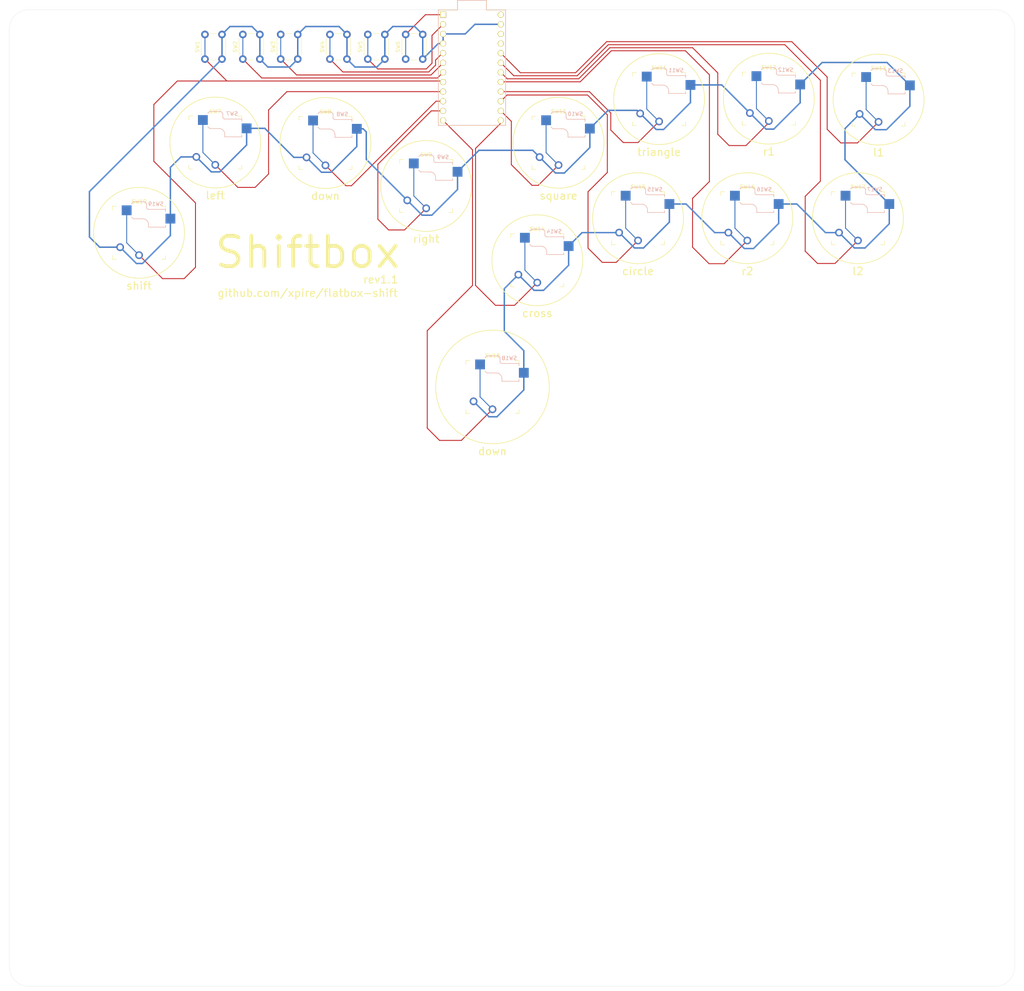
<source format=kicad_pcb>
(kicad_pcb (version 20211014) (generator pcbnew)
  (layers (0 "F.Cu" signal) (31 "B.Cu" signal) (34 "B.Paste" user) (35 "F.Paste" user) (36 "B.SilkS" user "B.Silkscreen") (37 "F.SilkS" user "F.Silkscreen") (38 "B.Mask" user) (39 "F.Mask" user) (44 "Edge.Cuts" user))
  (net 0 "")
  (net 1 "GND")
  (net 2 "LEFT")
  (net 3 "DOWN")
  (net 4 "RIGHT")
  (net 5 "UP")
  (net 6 "L1")
  (net 7 "R1")
  (net 8 "TRIANGLE")
  (net 9 "SQUARE")
  (net 10 "CIRCLE")
  (net 11 "CROSS")
  (net 12 "R2")
  (net 13 "L2")
  (net 17 "OPT1")
  (net 18 "OPT2")
  (net 19 "OPT3")
  (net 20 "OPT4")
  (net 21 "OPT5")
  (net 22 "OPT6")
  (footprint "Kailh:Kailh_socket_PG1350_optional" (layer "F.Cu") (at 105.68 56.21)
    (fp_text reference "SW8" (at 0 -8.255) (layer "F.SilkS"))
    (fp_text value "SW_Push")
    (fp_text user "${REFERENCE}" (at 4.445 -7.62) (layer "B.SilkS") (effects (justify mirror)))
    (pad "" np_thru_hole circle locked (at 0 0) (size 3.429 3.429) (drill 3.429) (layers *.Cu *.Mask))
    (pad "" np_thru_hole circle locked (at 5.5 0) (size 1.7018 1.7018) (drill 1.7018) (layers *.Cu *.Mask))
    (pad "" np_thru_hole circle locked (at 0 -5.95) (size 3 3) (drill 3) (layers *.Cu *.Mask))
    (pad "" np_thru_hole circle locked (at 5 -3.75) (size 3 3) (drill 3) (layers *.Cu *.Mask))
    (pad "" np_thru_hole circle locked (at -5.5 0) (size 1.7018 1.7018) (drill 1.7018) (layers *.Cu *.Mask))
    (pad "1" smd rect locked (at -3.275 -5.95) (size 2.6 2.6) (layers "B.Cu" "B.Paste" "B.Mask") (net 3 "DOWN"))
    (pad "1" thru_hole circle locked (at 0 5.9) (size 2.032 2.032) (drill 1.27) (layers *.Cu *.Mask) (net 3 "DOWN"))
    (pad "2" thru_hole circle locked (at -5 3.8) (size 2.032 2.032) (drill 1.27) (layers *.Cu *.Mask) (net 1 "GND"))
    (pad "2" smd rect locked (at 8.275 -3.75) (size 2.6 2.6) (layers "B.Cu" "B.Paste" "B.Mask") (net 1 "GND"))
  )
  (footprint "Kailh:Kailh_socket_PG1350_optional" (layer "F.Cu") (at 132.28 67.56)
    (fp_text reference "SW9" (at 0 -8.255) (layer "F.SilkS"))
    (fp_text value "SW_Push")
    (fp_text user "${REFERENCE}" (at 4.445 -7.62) (layer "B.SilkS") (effects (justify mirror)))
    (pad "" np_thru_hole circle locked (at 5 -3.75) (size 3 3) (drill 3) (layers *.Cu *.Mask))
    (pad "" np_thru_hole circle locked (at 0 0) (size 3.429 3.429) (drill 3.429) (layers *.Cu *.Mask))
    (pad "" np_thru_hole circle locked (at -5.5 0) (size 1.7018 1.7018) (drill 1.7018) (layers *.Cu *.Mask))
    (pad "" np_thru_hole circle locked (at 0 -5.95) (size 3 3) (drill 3) (layers *.Cu *.Mask))
    (pad "" np_thru_hole circle locked (at 5.5 0) (size 1.7018 1.7018) (drill 1.7018) (layers *.Cu *.Mask))
    (pad "1" thru_hole circle locked (at 0 5.9) (size 2.032 2.032) (drill 1.27) (layers *.Cu *.Mask) (net 4 "RIGHT"))
    (pad "1" smd rect locked (at -3.275 -5.95) (size 2.6 2.6) (layers "B.Cu" "B.Paste" "B.Mask") (net 4 "RIGHT"))
    (pad "2" thru_hole circle locked (at -5 3.8) (size 2.032 2.032) (drill 1.27) (layers *.Cu *.Mask) (net 1 "GND"))
    (pad "2" smd rect locked (at 8.275 -3.75) (size 2.6 2.6) (layers "B.Cu" "B.Paste" "B.Mask") (net 1 "GND"))
  )
  (footprint "Kailh:Kailh_socket_PG1350_optional" (layer "F.Cu") (at 149.78 120.66)
    (fp_text reference "SW18" (at 0 -8.255) (layer "F.SilkS"))
    (fp_text value "SW_Push")
    (fp_text user "${REFERENCE}" (at 4.445 -7.62) (layer "B.SilkS") (effects (justify mirror)))
    (pad "" np_thru_hole circle locked (at 0 0) (size 3.429 3.429) (drill 3.429) (layers *.Cu *.Mask))
    (pad "" np_thru_hole circle locked (at 5 -3.75) (size 3 3) (drill 3) (layers *.Cu *.Mask))
    (pad "" np_thru_hole circle locked (at -5.5 0) (size 1.7018 1.7018) (drill 1.7018) (layers *.Cu *.Mask))
    (pad "" np_thru_hole circle locked (at 5.5 0) (size 1.7018 1.7018) (drill 1.7018) (layers *.Cu *.Mask))
    (pad "" np_thru_hole circle locked (at 0 -5.95) (size 3 3) (drill 3) (layers *.Cu *.Mask))
    (pad "1" smd rect locked (at -3.275 -5.95) (size 2.6 2.6) (layers "B.Cu" "B.Paste" "B.Mask") (net 5 "UP"))
    (pad "1" thru_hole circle locked (at 0 5.9) (size 2.032 2.032) (drill 1.27) (layers *.Cu *.Mask) (net 5 "UP"))
    (pad "2" smd rect locked (at 8.275 -3.75) (size 2.6 2.6) (layers "B.Cu" "B.Paste" "B.Mask") (net 1 "GND"))
    (pad "2" thru_hole circle locked (at -5 3.8) (size 2.032 2.032) (drill 1.27) (layers *.Cu *.Mask) (net 1 "GND"))
  )
  (footprint "Kailh:Kailh_socket_PG1350_optional" (layer "F.Cu") (at 167.22 56.15)
    (fp_text reference "SW10" (at 0 -8.255) (layer "F.SilkS"))
    (fp_text value "SW_Push")
    (fp_text user "${REFERENCE}" (at 4.445 -7.62) (layer "B.SilkS") (effects (justify mirror)))
    (pad "" np_thru_hole circle locked (at -5.5 0) (size 1.7018 1.7018) (drill 1.7018) (layers *.Cu *.Mask))
    (pad "" np_thru_hole circle locked (at 5.5 0) (size 1.7018 1.7018) (drill 1.7018) (layers *.Cu *.Mask))
    (pad "" np_thru_hole circle locked (at 0 0) (size 3.429 3.429) (drill 3.429) (layers *.Cu *.Mask))
    (pad "" np_thru_hole circle locked (at 0 -5.95) (size 3 3) (drill 3) (layers *.Cu *.Mask))
    (pad "" np_thru_hole circle locked (at 5 -3.75) (size 3 3) (drill 3) (layers *.Cu *.Mask))
    (pad "1" thru_hole circle locked (at 0 5.9) (size 2.032 2.032) (drill 1.27) (layers *.Cu *.Mask) (net 9 "SQUARE"))
    (pad "1" smd rect locked (at -3.275 -5.95) (size 2.6 2.6) (layers "B.Cu" "B.Paste" "B.Mask") (net 9 "SQUARE"))
    (pad "2" thru_hole circle locked (at -5 3.8) (size 2.032 2.032) (drill 1.27) (layers *.Cu *.Mask) (net 1 "GND"))
    (pad "2" smd rect locked (at 8.275 -3.75) (size 2.6 2.6) (layers "B.Cu" "B.Paste" "B.Mask") (net 1 "GND"))
  )
  (footprint "Kailh:Kailh_socket_PG1350_optional" (layer "F.Cu") (at 193.78 44.62)
    (fp_text reference "SW11" (at 0 -8.255) (layer "F.SilkS"))
    (fp_text value "SW_Push")
    (fp_text user "${REFERENCE}" (at 4.445 -7.62) (layer "B.SilkS") (effects (justify mirror)))
    (pad "" np_thru_hole circle locked (at 5.5 0) (size 1.7018 1.7018) (drill 1.7018) (layers *.Cu *.Mask))
    (pad "" np_thru_hole circle locked (at -5.5 0) (size 1.7018 1.7018) (drill 1.7018) (layers *.Cu *.Mask))
    (pad "" np_thru_hole circle locked (at 0 -5.95) (size 3 3) (drill 3) (layers *.Cu *.Mask))
    (pad "" np_thru_hole circle locked (at 0 0) (size 3.429 3.429) (drill 3.429) (layers *.Cu *.Mask))
    (pad "" np_thru_hole circle locked (at 5 -3.75) (size 3 3) (drill 3) (layers *.Cu *.Mask))
    (pad "1" smd rect locked (at -3.275 -5.95) (size 2.6 2.6) (layers "B.Cu" "B.Paste" "B.Mask") (net 8 "TRIANGLE"))
    (pad "1" thru_hole circle locked (at 0 5.9) (size 2.032 2.032) (drill 1.27) (layers *.Cu *.Mask) (net 8 "TRIANGLE"))
    (pad "2" smd rect locked (at 8.275 -3.75) (size 2.6 2.6) (layers "B.Cu" "B.Paste" "B.Mask") (net 1 "GND"))
    (pad "2" thru_hole circle locked (at -5 3.8) (size 2.032 2.032) (drill 1.27) (layers *.Cu *.Mask) (net 1 "GND"))
  )
  (footprint "Kailh:Kailh_socket_PG1350_optional" (layer "F.Cu") (at 222.75 44.5)
    (fp_text reference "SW12" (at 0 -8.255) (layer "F.SilkS"))
    (fp_text value "SW_Push")
    (fp_text user "${REFERENCE}" (at 4.445 -7.62) (layer "B.SilkS") (effects (justify mirror)))
    (pad "" np_thru_hole circle locked (at 0 -5.95) (size 3 3) (drill 3) (layers *.Cu *.Mask))
    (pad "" np_thru_hole circle locked (at 5.5 0) (size 1.7018 1.7018) (drill 1.7018) (layers *.Cu *.Mask))
    (pad "" np_thru_hole circle locked (at 0 0) (size 3.429 3.429) (drill 3.429) (layers *.Cu *.Mask))
    (pad "" np_thru_hole circle locked (at -5.5 0) (size 1.7018 1.7018) (drill 1.7018) (layers *.Cu *.Mask))
    (pad "" np_thru_hole circle locked (at 5 -3.75) (size 3 3) (drill 3) (layers *.Cu *.Mask))
    (pad "1" thru_hole circle locked (at 0 5.9) (size 2.032 2.032) (drill 1.27) (layers *.Cu *.Mask) (net 7 "R1"))
    (pad "1" smd rect locked (at -3.275 -5.95) (size 2.6 2.6) (layers "B.Cu" "B.Paste" "B.Mask") (net 7 "R1"))
    (pad "2" thru_hole circle locked (at -5 3.8) (size 2.032 2.032) (drill 1.27) (layers *.Cu *.Mask) (net 1 "GND"))
    (pad "2" smd rect locked (at 8.275 -3.75) (size 2.6 2.6) (layers "B.Cu" "B.Paste" "B.Mask") (net 1 "GND"))
  )
  (footprint "Kailh:Kailh_socket_PG1350_optional" (layer "F.Cu") (at 251.72 44.74)
    (fp_text reference "SW13" (at 0 -8.255) (layer "F.SilkS"))
    (fp_text value "SW_Push")
    (fp_text user "${REFERENCE}" (at 4.445 -7.62) (layer "B.SilkS") (effects (justify mirror)))
    (pad "" np_thru_hole circle locked (at 5 -3.75) (size 3 3) (drill 3) (layers *.Cu *.Mask))
    (pad "" np_thru_hole circle locked (at 0 -5.95) (size 3 3) (drill 3) (layers *.Cu *.Mask))
    (pad "" np_thru_hole circle locked (at -5.5 0) (size 1.7018 1.7018) (drill 1.7018) (layers *.Cu *.Mask))
    (pad "" np_thru_hole circle locked (at 5.5 0) (size 1.7018 1.7018) (drill 1.7018) (layers *.Cu *.Mask))
    (pad "" np_thru_hole circle locked (at 0 0) (size 3.429 3.429) (drill 3.429) (layers *.Cu *.Mask))
    (pad "1" thru_hole circle locked (at 0 5.9) (size 2.032 2.032) (drill 1.27) (layers *.Cu *.Mask) (net 6 "L1"))
    (pad "1" smd rect locked (at -3.275 -5.95) (size 2.6 2.6) (layers "B.Cu" "B.Paste" "B.Mask") (net 6 "L1"))
    (pad "2" thru_hole circle locked (at -5 3.8) (size 2.032 2.032) (drill 1.27) (layers *.Cu *.Mask) (net 1 "GND"))
    (pad "2" smd rect locked (at 8.275 -3.75) (size 2.6 2.6) (layers "B.Cu" "B.Paste" "B.Mask") (net 1 "GND"))
  )
  (footprint "Kailh:Kailh_socket_PG1350_optional" (layer "F.Cu") (at 161.61 87.19)
    (fp_text reference "SW14" (at 0 -8.255) (layer "F.SilkS"))
    (fp_text value "SW_Push")
    (fp_text user "${REFERENCE}" (at 4.445 -7.62) (layer "B.SilkS") (effects (justify mirror)))
    (pad "" np_thru_hole circle locked (at 0 -5.95) (size 3 3) (drill 3) (layers *.Cu *.Mask))
    (pad "" np_thru_hole circle locked (at 5 -3.75) (size 3 3) (drill 3) (layers *.Cu *.Mask))
    (pad "" np_thru_hole circle locked (at 0 0) (size 3.429 3.429) (drill 3.429) (layers *.Cu *.Mask))
    (pad "" np_thru_hole circle locked (at -5.5 0) (size 1.7018 1.7018) (drill 1.7018) (layers *.Cu *.Mask))
    (pad "" np_thru_hole circle locked (at 5.5 0) (size 1.7018 1.7018) (drill 1.7018) (layers *.Cu *.Mask))
    (pad "1" smd rect locked (at -3.275 -5.95) (size 2.6 2.6) (layers "B.Cu" "B.Paste" "B.Mask") (net 11 "CROSS"))
    (pad "1" thru_hole circle locked (at 0 5.9) (size 2.032 2.032) (drill 1.27) (layers *.Cu *.Mask) (net 11 "CROSS"))
    (pad "2" thru_hole circle locked (at -5 3.8) (size 2.032 2.032) (drill 1.27) (layers *.Cu *.Mask) (net 1 "GND"))
    (pad "2" smd rect locked (at 8.275 -3.75) (size 2.6 2.6) (layers "B.Cu" "B.Paste" "B.Mask") (net 1 "GND"))
  )
  (footprint "Kailh:Kailh_socket_PG1350_optional" (layer "F.Cu") (at 188.22 76.08)
    (fp_text reference "SW15" (at 0 -8.255) (layer "F.SilkS"))
    (fp_text value "SW_Push")
    (fp_text user "${REFERENCE}" (at 4.445 -7.62) (layer "B.SilkS") (effects (justify mirror)))
    (pad "" np_thru_hole circle locked (at 0 0) (size 3.429 3.429) (drill 3.429) (layers *.Cu *.Mask))
    (pad "" np_thru_hole circle locked (at 5.5 0) (size 1.7018 1.7018) (drill 1.7018) (layers *.Cu *.Mask))
    (pad "" np_thru_hole circle locked (at -5.5 0) (size 1.7018 1.7018) (drill 1.7018) (layers *.Cu *.Mask))
    (pad "" np_thru_hole circle locked (at 5 -3.75) (size 3 3) (drill 3) (layers *.Cu *.Mask))
    (pad "" np_thru_hole circle locked (at 0 -5.95) (size 3 3) (drill 3) (layers *.Cu *.Mask))
    (pad "1" thru_hole circle locked (at 0 5.9) (size 2.032 2.032) (drill 1.27) (layers *.Cu *.Mask) (net 10 "CIRCLE"))
    (pad "1" smd rect locked (at -3.275 -5.95) (size 2.6 2.6) (layers "B.Cu" "B.Paste" "B.Mask") (net 10 "CIRCLE"))
    (pad "2" smd rect locked (at 8.275 -3.75) (size 2.6 2.6) (layers "B.Cu" "B.Paste" "B.Mask") (net 1 "GND"))
    (pad "2" thru_hole circle locked (at -5 3.8) (size 2.032 2.032) (drill 1.27) (layers *.Cu *.Mask) (net 1 "GND"))
  )
  (footprint "Kailh:Kailh_socket_PG1350_optional" (layer "F.Cu") (at 217.07 76.08)
    (fp_text reference "SW16" (at 0 -8.255) (layer "F.SilkS"))
    (fp_text value "SW_Push")
    (fp_text user "${REFERENCE}" (at 4.445 -7.62) (layer "B.SilkS") (effects (justify mirror)))
    (pad "" np_thru_hole circle locked (at 0 0) (size 3.429 3.429) (drill 3.429) (layers *.Cu *.Mask))
    (pad "" np_thru_hole circle locked (at 0 -5.95) (size 3 3) (drill 3) (layers *.Cu *.Mask))
    (pad "" np_thru_hole circle locked (at -5.5 0) (size 1.7018 1.7018) (drill 1.7018) (layers *.Cu *.Mask))
    (pad "" np_thru_hole circle locked (at 5 -3.75) (size 3 3) (drill 3) (layers *.Cu *.Mask))
    (pad "" np_thru_hole circle locked (at 5.5 0) (size 1.7018 1.7018) (drill 1.7018) (layers *.Cu *.Mask))
    (pad "1" thru_hole circle locked (at 0 5.9) (size 2.032 2.032) (drill 1.27) (layers *.Cu *.Mask) (net 12 "R2"))
    (pad "1" smd rect locked (at -3.275 -5.95) (size 2.6 2.6) (layers "B.Cu" "B.Paste" "B.Mask") (net 12 "R2"))
    (pad "2" smd rect locked (at 8.275 -3.75) (size 2.6 2.6) (layers "B.Cu" "B.Paste" "B.Mask") (net 1 "GND"))
    (pad "2" thru_hole circle locked (at -5 3.8) (size 2.032 2.032) (drill 1.27) (layers *.Cu *.Mask) (net 1 "GND"))
  )
  (footprint "Kailh:Kailh_socket_PG1350_optional" (layer "F.Cu") (at 246.28 76.08)
    (fp_text reference "SW17" (at 0 -8.255) (layer "F.SilkS"))
    (fp_text value "SW_Push")
    (fp_text user "${REFERENCE}" (at 4.445 -7.62) (layer "B.SilkS") (effects (justify mirror)))
    (pad "" np_thru_hole circle locked (at -5.5 0) (size 1.7018 1.7018) (drill 1.7018) (layers *.Cu *.Mask))
    (pad "" np_thru_hole circle locked (at 5 -3.75) (size 3 3) (drill 3) (layers *.Cu *.Mask))
    (pad "" np_thru_hole circle locked (at 0 0) (size 3.429 3.429) (drill 3.429) (layers *.Cu *.Mask))
    (pad "" np_thru_hole circle locked (at 5.5 0) (size 1.7018 1.7018) (drill 1.7018) (layers *.Cu *.Mask))
    (pad "" np_thru_hole circle locked (at 0 -5.95) (size 3 3) (drill 3) (layers *.Cu *.Mask))
    (pad "1" smd rect locked (at -3.275 -5.95) (size 2.6 2.6) (layers "B.Cu" "B.Paste" "B.Mask") (net 13 "L2"))
    (pad "1" thru_hole circle locked (at 0 5.9) (size 2.032 2.032) (drill 1.27) (layers *.Cu *.Mask) (net 13 "L2"))
    (pad "2" smd rect locked (at 8.275 -3.75) (size 2.6 2.6) (layers "B.Cu" "B.Paste" "B.Mask") (net 1 "GND"))
    (pad "2" thru_hole circle locked (at -5 3.8) (size 2.032 2.032) (drill 1.27) (layers *.Cu *.Mask) (net 1 "GND"))
  )
  (footprint "MountingHole:MountingHole_6.4mm_M6" (layer "F.Cu") (at 29.225 28.04)
    (fp_text reference "REF**" hide)
    (fp_text value "MountingHole_6.4mm_M6")
    (pad "" np_thru_hole circle locked (at 0 0) (size 6.4 6.4) (drill 6.4) (layers *.Cu *.Mask))
  )
  (footprint "MountingHole:MountingHole_6.4mm_M6" (layer "F.Cu") (at 29.225 271.959466)
    (fp_text reference "REF**" hide)
    (fp_text value "MountingHole_6.4mm_M6")
    (pad "" np_thru_hole circle locked (at 0 0) (size 6.4 6.4) (drill 6.4) (layers *.Cu *.Mask))
  )
  (footprint "MountingHole:MountingHole_6.4mm_M6" (layer "F.Cu") (at 280.655 271.959466)
    (fp_text reference "REF**" hide)
    (fp_text value "MountingHole_6.4mm_M6")
    (pad "" np_thru_hole circle locked (at 0 0) (size 6.4 6.4) (drill 6.4) (layers *.Cu *.Mask))
  )
  (footprint "MountingHole:MountingHole_6.4mm_M6" (layer "F.Cu") (at 280.655 28.04)
    (fp_text reference "REF**" hide)
    (fp_text value "MountingHole_6.4mm_M6")
    (pad "" np_thru_hole circle locked (at 0 0) (size 6.4 6.4) (drill 6.4) (layers *.Cu *.Mask))
  )
  (footprint "Kailh:Kailh_socket_PG1350_optional" (layer "F.Cu") (at 76.585 56.09)
    (fp_text reference "SW7" (at 0 -8.255) (layer "F.SilkS"))
    (fp_text value "SW_Push")
    (fp_text user "${REFERENCE}" (at 4.445 -7.62) (layer "B.SilkS") (effects (justify mirror)))
    (pad "" np_thru_hole circle locked (at -5.5 0) (size 1.7018 1.7018) (drill 1.7018) (layers *.Cu *.Mask))
    (pad "" np_thru_hole circle locked (at 5.5 0) (size 1.7018 1.7018) (drill 1.7018) (layers *.Cu *.Mask))
    (pad "" np_thru_hole circle locked (at 5 -3.75) (size 3 3) (drill 3) (layers *.Cu *.Mask))
    (pad "" np_thru_hole circle locked (at 0 0) (size 3.429 3.429) (drill 3.429) (layers *.Cu *.Mask))
    (pad "" np_thru_hole circle locked (at 0 -5.95) (size 3 3) (drill 3) (layers *.Cu *.Mask))
    (pad "1" thru_hole circle locked (at 0 5.9) (size 2.032 2.032) (drill 1.27) (layers *.Cu *.Mask) (net 2 "LEFT"))
    (pad "1" smd rect locked (at -3.275 -5.95) (size 2.6 2.6) (layers "B.Cu" "B.Paste" "B.Mask") (net 2 "LEFT"))
    (pad "2" thru_hole circle locked (at -5 3.8) (size 2.032 2.032) (drill 1.27) (layers *.Cu *.Mask) (net 1 "GND"))
    (pad "2" smd rect locked (at 8.275 -3.75) (size 2.6 2.6) (layers "B.Cu" "B.Paste" "B.Mask") (net 1 "GND"))
  )
  (footprint "MountingHole:MountingHole_6.4mm_M6" (layer "F.Cu") (at 168.36 28.04)
    (fp_text reference "REF**" hide)
    (fp_text value "MountingHole_6.4mm_M6")
    (pad "" np_thru_hole circle locked (at 0 0) (size 6.4 6.4) (drill 6.4) (layers *.Cu *.Mask))
  )
  (footprint "Button_Switch_THT:SW_PUSH_6mm_H5mm" (layer "F.Cu") (at 106.86 34.04 90)
    (fp_text reference "SW4" (at 3.25 -2 90) (layer "F.SilkS"))
    (fp_text value "SW_Push")
    (pad "1" thru_hole circle locked (at 6.5 0 180) (size 2 2) (drill 1.1) (layers *.Cu *.Mask) (net 20 "OPT4"))
    (pad "1" thru_hole circle locked (at 0 0 180) (size 2 2) (drill 1.1) (layers *.Cu *.Mask) (net 20 "OPT4"))
    (pad "2" thru_hole circle locked (at 6.5 4.5 180) (size 2 2) (drill 1.1) (layers *.Cu *.Mask) (net 1 "GND"))
    (pad "2" thru_hole circle locked (at 0 4.5 180) (size 2 2) (drill 1.1) (layers *.Cu *.Mask) (net 1 "GND"))
  )
  (footprint "Button_Switch_THT:SW_PUSH_6mm_H5mm" (layer "F.Cu") (at 83.86 34.04 90)
    (fp_text reference "SW2" (at 3.25 -2 90) (layer "F.SilkS"))
    (fp_text value "SW_Push")
    (pad "1" thru_hole circle locked (at 0 0 180) (size 2 2) (drill 1.1) (layers *.Cu *.Mask) (net 18 "OPT2"))
    (pad "1" thru_hole circle locked (at 6.5 0 180) (size 2 2) (drill 1.1) (layers *.Cu *.Mask) (net 18 "OPT2"))
    (pad "2" thru_hole circle locked (at 6.5 4.5 180) (size 2 2) (drill 1.1) (layers *.Cu *.Mask) (net 1 "GND"))
    (pad "2" thru_hole circle locked (at 0 4.5 180) (size 2 2) (drill 1.1) (layers *.Cu *.Mask) (net 1 "GND"))
  )
  (footprint "Button_Switch_THT:SW_PUSH_6mm_H5mm" (layer "F.Cu") (at 116.86 34.04 90)
    (fp_text reference "SW5" (at 3.25 -2 90) (layer "F.SilkS"))
    (fp_text value "SW_Push")
    (pad "1" thru_hole circle locked (at 0 0 180) (size 2 2) (drill 1.1) (layers *.Cu *.Mask) (net 21 "OPT5"))
    (pad "1" thru_hole circle locked (at 6.5 0 180) (size 2 2) (drill 1.1) (layers *.Cu *.Mask) (net 21 "OPT5"))
    (pad "2" thru_hole circle locked (at 6.5 4.5 180) (size 2 2) (drill 1.1) (layers *.Cu *.Mask) (net 1 "GND"))
    (pad "2" thru_hole circle locked (at 0 4.5 180) (size 2 2) (drill 1.1) (layers *.Cu *.Mask) (net 1 "GND"))
  )
  (footprint "Button_Switch_THT:SW_PUSH_6mm_H5mm" (layer "F.Cu") (at 73.86 34.04 90)
    (fp_text reference "SW1" (at 3.25 -2 90) (layer "F.SilkS"))
    (fp_text value "SW_Push")
    (pad "1" thru_hole circle locked (at 6.5 0 180) (size 2 2) (drill 1.1) (layers *.Cu *.Mask) (net 17 "OPT1"))
    (pad "1" thru_hole circle locked (at 0 0 180) (size 2 2) (drill 1.1) (layers *.Cu *.Mask) (net 17 "OPT1"))
    (pad "2" thru_hole circle locked (at 0 4.5 180) (size 2 2) (drill 1.1) (layers *.Cu *.Mask) (net 1 "GND"))
    (pad "2" thru_hole circle locked (at 6.5 4.5 180) (size 2 2) (drill 1.1) (layers *.Cu *.Mask) (net 1 "GND"))
  )
  (footprint "Button_Switch_THT:SW_PUSH_6mm_H5mm" (layer "F.Cu") (at 93.86 34.04 90)
    (fp_text reference "SW3" (at 3.25 -2 90) (layer "F.SilkS"))
    (fp_text value "SW_Push")
    (pad "1" thru_hole circle locked (at 6.5 0 180) (size 2 2) (drill 1.1) (layers *.Cu *.Mask) (net 19 "OPT3"))
    (pad "1" thru_hole circle locked (at 0 0 180) (size 2 2) (drill 1.1) (layers *.Cu *.Mask) (net 19 "OPT3"))
    (pad "2" thru_hole circle locked (at 6.5 4.5 180) (size 2 2) (drill 1.1) (layers *.Cu *.Mask) (net 1 "GND"))
    (pad "2" thru_hole circle locked (at 0 4.5 180) (size 2 2) (drill 1.1) (layers *.Cu *.Mask) (net 1 "GND"))
  )
  (footprint "Button_Switch_THT:SW_PUSH_6mm_H5mm" (layer "F.Cu") (at 126.86 34.04 90)
    (fp_text reference "SW6" (at 3.25 -2 90) (layer "F.SilkS"))
    (fp_text value "SW_Push")
    (pad "1" thru_hole circle locked (at 6.5 0 180) (size 2 2) (drill 1.1) (layers *.Cu *.Mask) (net 22 "OPT6"))
    (pad "1" thru_hole circle locked (at 0 0 180) (size 2 2) (drill 1.1) (layers *.Cu *.Mask) (net 22 "OPT6"))
    (pad "2" thru_hole circle locked (at 6.5 4.5 180) (size 2 2) (drill 1.1) (layers *.Cu *.Mask) (net 1 "GND"))
    (pad "2" thru_hole circle locked (at 0 4.5 180) (size 2 2) (drill 1.1) (layers *.Cu *.Mask) (net 1 "GND"))
  )
  (footprint "MountingHole:MountingHole_6.4mm_M6" (layer "F.Cu") (at 151.86 69.04)
    (fp_text reference "REF**" hide)
    (fp_text value "MountingHole_6.4mm_M6")
    (pad "" np_thru_hole circle locked (at 0 0) (size 6.4 6.4) (drill 6.4) (layers *.Cu *.Mask))
  )
  (footprint "MountingHole:MountingHole_6.4mm_M6" (layer "F.Cu") (at 168.36 271.959466)
    (fp_text reference "REF**" hide)
    (fp_text value "MountingHole_6.4mm_M6")
    (pad "" np_thru_hole circle locked (at 0 0) (size 6.4 6.4) (drill 6.4) (layers *.Cu *.Mask))
  )
  (footprint "ProMicro:ProMicro" (layer "F.Cu") (at 144.36 36.29 -90)
    (fp_text reference "U1" hide)
    (fp_text value "ProMicro")
    (pad "1" thru_hole rect locked (at -13.97 7.62 270) (size 1.6 1.6) (drill 1.1) (layers *.Cu *.Mask "F.SilkS") (net 22 "OPT6"))
    (pad "2" thru_hole circle locked (at -11.43 7.62 270) (size 1.6 1.6) (drill 1.1) (layers *.Cu *.Mask "F.SilkS") (net 21 "OPT5"))
    (pad "3" thru_hole circle locked (at -8.89 7.62 270) (size 1.6 1.6) (drill 1.1) (layers *.Cu *.Mask "F.SilkS") (net 1 "GND"))
    (pad "4" thru_hole circle locked (at -6.35 7.62 270) (size 1.6 1.6) (drill 1.1) (layers *.Cu *.Mask "F.SilkS") (net 1 "GND"))
    (pad "5" thru_hole circle locked (at -3.81 7.62 270) (size 1.6 1.6) (drill 1.1) (layers *.Cu *.Mask "F.SilkS") (net 20 "OPT4"))
    (pad "6" thru_hole circle locked (at -1.27 7.62 270) (size 1.6 1.6) (drill 1.1) (layers *.Cu *.Mask "F.SilkS") (net 19 "OPT3"))
    (pad "7" thru_hole circle locked (at 1.27 7.62 270) (size 1.6 1.6) (drill 1.1) (layers *.Cu *.Mask "F.SilkS") (net 18 "OPT2"))
    (pad "8" thru_hole circle locked (at 3.81 7.62 270) (size 1.6 1.6) (drill 1.1) (layers *.Cu *.Mask "F.SilkS") (net 17 "OPT1"))
    (pad "9" thru_hole circle locked (at 6.35 7.62 270) (size 1.6 1.6) (drill 1.1) (layers *.Cu *.Mask "F.SilkS") (net 2 "LEFT"))
    (pad "10" thru_hole circle locked (at 8.89 7.62 270) (size 1.6 1.6) (drill 1.1) (layers *.Cu *.Mask "F.SilkS") (net 3 "DOWN"))
    (pad "11" thru_hole circle locked (at 11.43 7.62 270) (size 1.6 1.6) (drill 1.1) (layers *.Cu *.Mask "F.SilkS") (net 4 "RIGHT"))
    (pad "12" thru_hole circle locked (at 13.97 7.62 270) (size 1.6 1.6) (drill 1.1) (layers *.Cu *.Mask "F.SilkS") (net 5 "UP"))
    (pad "13" thru_hole circle locked (at 13.97 -7.62 270) (size 1.6 1.6) (drill 1.1) (layers *.Cu *.Mask "F.SilkS") (net 11 "CROSS"))
    (pad "14" thru_hole circle locked (at 11.43 -7.62 270) (size 1.6 1.6) (drill 1.1) (layers *.Cu *.Mask "F.SilkS") (net 9 "SQUARE"))
    (pad "15" thru_hole circle locked (at 8.89 -7.62 270) (size 1.6 1.6) (drill 1.1) (layers *.Cu *.Mask "F.SilkS") (net 10 "CIRCLE"))
    (pad "16" thru_hole circle locked (at 6.35 -7.62 270) (size 1.6 1.6) (drill 1.1) (layers *.Cu *.Mask "F.SilkS") (net 8 "TRIANGLE"))
    (pad "17" thru_hole circle locked (at 3.81 -7.62 270) (size 1.6 1.6) (drill 1.1) (layers *.Cu *.Mask "F.SilkS") (net 12 "R2"))
    (pad "18" thru_hole circle locked (at 1.27 -7.62 270) (size 1.6 1.6) (drill 1.1) (layers *.Cu *.Mask "F.SilkS") (net 7 "R1"))
    (pad "19" thru_hole circle locked (at -1.27 -7.62 270) (size 1.6 1.6) (drill 1.1) (layers *.Cu *.Mask "F.SilkS") (net 13 "L2"))
    (pad "20" thru_hole circle locked (at -3.81 -7.62 270) (size 1.6 1.6) (drill 1.1) (layers *.Cu *.Mask "F.SilkS") (net 6 "L1"))
    (pad "21" thru_hole circle locked (at -6.35 -7.62 270) (size 1.6 1.6) (drill 1.1) (layers *.Cu *.Mask "F.SilkS"))
    (pad "22" thru_hole circle locked (at -8.89 -7.62 270) (size 1.6 1.6) (drill 1.1) (layers *.Cu *.Mask "F.SilkS"))
    (pad "23" thru_hole circle locked (at -11.43 -7.62 270) (size 1.6 1.6) (drill 1.1) (layers *.Cu *.Mask "F.SilkS") (net 1 "GND"))
    (pad "24" thru_hole circle locked (at -13.97 -7.62 270) (size 1.6 1.6) (drill 1.1) (layers *.Cu *.Mask "F.SilkS"))
  )
  (footprint "Kailh:Kailh_socket_PG1350_optional" (layer "F.Cu") (at 56.46 79.94)
    (fp_text reference "SW19" (at 0 -8.255) (layer "F.SilkS"))
    (fp_text value "SW_Push")
    (fp_text user "${REFERENCE}" (at 4.445 -7.62) (layer "B.SilkS") (effects (justify mirror)))
    (pad "" np_thru_hole circle locked (at 0 0) (size 3.429 3.429) (drill 3.429) (layers *.Cu *.Mask))
    (pad "" np_thru_hole circle locked (at -5.5 0) (size 1.7018 1.7018) (drill 1.7018) (layers *.Cu *.Mask))
    (pad "" np_thru_hole circle locked (at 5.5 0) (size 1.7018 1.7018) (drill 1.7018) (layers *.Cu *.Mask))
    (pad "" np_thru_hole circle locked (at 0 -5.95) (size 3 3) (drill 3) (layers *.Cu *.Mask))
    (pad "" np_thru_hole circle locked (at 5 -3.75) (size 3 3) (drill 3) (layers *.Cu *.Mask))
    (pad "1" smd rect locked (at -3.275 -5.95) (size 2.6 2.6) (layers "B.Cu" "B.Paste" "B.Mask") (net 17 "OPT1"))
    (pad "1" thru_hole circle locked (at 0 5.9) (size 2.032 2.032) (drill 1.27) (layers *.Cu *.Mask) (net 17 "OPT1"))
    (pad "2" thru_hole circle locked (at -5 3.8) (size 2.032 2.032) (drill 1.27) (layers *.Cu *.Mask) (net 1 "GND"))
    (pad "2" smd rect locked (at 8.275 -3.75) (size 2.6 2.6) (layers "B.Cu" "B.Paste" "B.Mask") (net 1 "GND"))
  )
  (gr_circle (center 188.22 76.08) (end 200.22 76.08) (layer "F.SilkS") (width 0.2) (fill none))
  (gr_circle (center 132.28 67.56) (end 144.28 67.56) (layer "F.SilkS") (width 0.2) (fill none))
  (gr_circle (center 149.78 120.66) (end 164.78 120.66) (layer "F.SilkS") (width 0.2) (fill none))
  (gr_circle (center 222.75 44.5) (end 234.75 44.5) (layer "F.SilkS") (width 0.2) (fill none))
  (gr_circle (center 167.22 56.15) (end 179.22 56.15) (layer "F.SilkS") (width 0.2) (fill none))
  (gr_circle (center 251.72 44.74) (end 263.72 44.74) (layer "F.SilkS") (width 0.2) (fill none))
  (gr_circle (center 161.61 87.19) (end 173.61 87.19) (layer "F.SilkS") (width 0.2) (fill none))
  (gr_circle (center 105.68 56.21) (end 117.68 56.21) (layer "F.SilkS") (width 0.2) (fill none))
  (gr_circle (center 56.46 79.94) (end 68.46 79.94) (layer "F.SilkS") (width 0.2) (fill none))
  (gr_circle (center 246.28 76.08) (end 258.28 76.08) (layer "F.SilkS") (width 0.2) (fill none))
  (gr_circle (center 76.585 56.09) (end 88.585 56.09) (layer "F.SilkS") (width 0.2) (fill none))
  (gr_circle (center 193.78 44.62) (end 205.78 44.62) (layer "F.SilkS") (width 0.2) (fill none))
  (gr_circle (center 217.07 76.08) (end 229.07 76.08) (layer "F.SilkS") (width 0.2) (fill none))
  (gr_line (start 287.655 26.04) (end 287.655 273.959466) (layer "Edge.Cuts") (width 0.05))
  (gr_line (start 282.655 278.959466) (end 27.225 278.959466) (layer "Edge.Cuts") (width 0.05))
  (gr_line (start 22.225 273.959466) (end 22.225 26.04) (layer "Edge.Cuts") (width 0.05))
  (gr_line (start 27.225 21.04) (end 282.655 21.04) (layer "Edge.Cuts") (width 0.05))
  (gr_arc (start 27.225 278.959466) (mid 23.689466 277.495) (end 22.225 273.959466) (layer "Edge.Cuts") (width 0.05))
  (gr_arc (start 287.655 273.959466) (mid 286.190534 277.495) (end 282.655 278.959466) (layer "Edge.Cuts") (width 0.05))
  (gr_arc (start 282.655 21.04) (mid 286.190534 22.504466) (end 287.655 26.04) (layer "Edge.Cuts") (width 0.05))
  (gr_arc (start 22.225 26.04) (mid 23.689466 22.504466) (end 27.225 21.04) (layer "Edge.Cuts") (width 0.05))
  (gr_text "circle" (at 188.22 90.08) (layer "F.SilkS") (effects (font (size 2 2) (thickness 0.3))))
  (gr_text "cross" (at 161.61 101.19) (layer "F.SilkS") (effects (font (size 2 2) (thickness 0.3))))
  (gr_text "down" (at 149.78 137.66) (layer "F.SilkS") (effects (font (size 2 2) (thickness 0.3))))
  (gr_text "l1" (at 251.72 58.74) (layer "F.SilkS") (effects (font (size 2 2) (thickness 0.3))))
  (gr_text "github.com/xpire/flatbox-shift" (at 100.965 95.838) (layer "F.SilkS") (effects (font (size 2 2) (thickness 0.3))))
  (gr_text "down" (at 105.68 70.21) (layer "F.SilkS") (effects (font (size 2 2) (thickness 0.3))))
  (gr_text "r2" (at 217.07 90.08) (layer "F.SilkS") (effects (font (size 2 2) (thickness 0.3))))
  (gr_text "right" (at 132.28 81.56) (layer "F.SilkS") (effects (font (size 2 2) (thickness 0.3))))
  (gr_text "left" (at 76.585 70.09) (layer "F.SilkS") (effects (font (size 2 2) (thickness 0.3))))
  (gr_text "shift" (at 56.46 93.94) (layer "F.SilkS") (effects (font (size 2 2) (thickness 0.3))))
  (gr_text "rev1.1" (at 120.269 92.282) (layer "F.SilkS") (effects (font (size 2 2) (thickness 0.3))))
  (gr_text "triangle" (at 193.78 58.62) (layer "F.SilkS") (effects (font (size 2 2) (thickness 0.3))))
  (gr_text "Shiftbox" (at 100.965 85.09) (layer "F.SilkS") (effects (font (size 8 8) (thickness 1))))
  (gr_text "square" (at 167.22 70.15) (layer "F.SilkS") (effects (font (size 2 2) (thickness 0.3))))
  (gr_text "l2" (at 246.28 90.08) (layer "F.SilkS") (effects (font (size 2 2) (thickness 0.3))))
  (gr_text "r1" (at 222.75 58.5) (layer "F.SilkS") (effects (font (size 2 2) (thickness 0.3))))
  (segment (start 248.16 83.94) (end 254.555 77.545) (width 0.381) (layer "B.Cu") (net 1))
  (segment (start 88.36 27.54) (end 88.36 34.04) (width 0.381) (layer "B.Cu") (net 1))
  (segment (start 246.72 48.54) (end 242.86 52.4) (width 0.381) (layer "B.Cu") (net 1))
  (segment (start 46.06 83.74) (end 43.36 81.04) (width 0.381) (layer "B.Cu") (net 1))
  (segment (start 175.495 52.4) (end 180.305 47.59) (width 0.381) (layer "B.Cu") (net 1))
  (segment (start 121.36 27.54) (end 121.36 34.04) (width 0.381) (layer "B.Cu") (net 1))
  (segment (start 113.955 57.145) (end 113.955 52.46) (width 0.381) (layer "B.Cu") (net 1))
  (segment (start 253.945 34.94) (end 259.995 40.99) (width 0.381) (layer "B.Cu") (net 1))
  (segment (start 119.26 36.14) (end 113.46 36.14) (width 0.381) (layer "B.Cu") (net 1))
  (segment (start 121.36 34.04) (end 119.26 36.14) (width 0.381) (layer "B.Cu") (net 1))
  (segment (start 129.26 25.44) (end 123.46 25.44) (width 0.381) (layer "B.Cu") (net 1))
  (segment (start 90.46 36.14) (end 88.36 34.04) (width 0.381) (layer "B.Cu") (net 1))
  (segment (start 241.28 79.88) (end 237.7 79.88) (width 0.381) (layer "B.Cu") (net 1))
  (segment (start 194.96 52.64) (end 202.055 45.545) (width 0.381) (layer "B.Cu") (net 1))
  (segment (start 67.51 59.89) (end 64.735 62.665) (width 0.381) (layer "B.Cu") (net 1))
  (segment (start 237.7 79.88) (end 230.15 72.33) (width 0.381) (layer "B.Cu") (net 1))
  (segment (start 77.76 63.84) (end 84.86 56.74) (width 0.381) (layer "B.Cu") (net 1))
  (segment (start 148.86 128.54) (end 150.96 128.54) (width 0.381) (layer "B.Cu") (net 1))
  (segment (start 250.87 52.69) (end 253.81 52.69) (width 0.381) (layer "B.Cu") (net 1))
  (segment (start 43.36 81.04) (end 43.36 69.04) (width 0.381) (layer "B.Cu") (net 1))
  (segment (start 187.95 47.59) (end 188.78 48.42) (width 0.381) (layer "B.Cu") (net 1))
  (segment (start 140.555 63.81) (end 146.225 58.14) (width 0.381) (layer "B.Cu") (net 1))
  (segment (start 51.46 83.74) (end 46.06 83.74) (width 0.381) (layer "B.Cu") (net 1))
  (segment (start 145.14 24.86) (end 151.98 24.86) (width 0.381) (layer "B.Cu") (net 1))
  (segment (start 75.535 63.84) (end 77.76 63.84) (width 0.381) (layer "B.Cu") (net 1))
  (segment (start 116.46 53.29) (end 116.46 60.54) (width 0.381) (layer "B.Cu") (net 1))
  (segment (start 189.66 83.94) (end 196.495 77.105) (width 0.381) (layer "B.Cu") (net 1))
  (segment (start 162.22 59.95) (end 166.41 64.14) (width 0.381) (layer "B.Cu") (net 1))
  (segment (start 156.61 90.99) (end 160.76 95.14) (width 0.381) (layer "B.Cu") (net 1))
  (segment (start 84.86 52.34) (end 89.66 52.34) (width 0.381) (layer "B.Cu") (net 1))
  (segment (start 200.9 72.33) (end 196.495 72.33) (width 0.381) (layer "B.Cu") (net 1))
  (segment (start 160.41 58.14) (end 162.22 59.95) (width 0.381) (layer "B.Cu") (net 1))
  (segment (start 131.36 27.54) (end 131.36 34.04) (width 0.381) (layer "B.Cu") (net 1))
  (segment (start 100.68 60.01) (end 104.61 63.94) (width 0.381) (layer "B.Cu") (net 1))
  (segment (start 127.28 71.36) (end 131.21 75.29) (width 0.381) (layer "B.Cu") (net 1))
  (segment (start 136.74 27.4) (end 136.74 29.94) (width 0.381) (layer "B.Cu") (net 1))
  (segment (start 142.6 27.4) (end 145.14 24.86) (width 0.381) (layer "B.Cu") (net 1))
  (segment (start 152.91 94.69) (end 152.91 105.94) (width 0.381) (layer "B.Cu") (net 1))
  (segment (start 116.46 60.54) (end 127.28 71.36) (width 0.381) (layer "B.Cu") (net 1))
  (segment (start 98.36 27.54) (end 98.36 34.04) (width 0.381) (layer "B.Cu") (net 1))
  (segment (start 55.76 88.04) (end 51.46 83.74) (width 0.381) (layer "B.Cu") (net 1))
  (segment (start 123.46 25.44) (end 121.36 27.54) (width 0.381) (layer "B.Cu") (net 1))
  (segment (start 196.495 77.105) (end 196.495 72.33) (width 0.381) (layer "B.Cu") (net 1))
  (segment (start 158.055 121.445) (end 158.055 116.91) (width 0.381) (layer "B.Cu") (net 1))
  (segment (start 156.61 90.99) (end 152.91 94.69) (width 0.381) (layer "B.Cu") (net 1))
  (segment (start 86.26 25.44) (end 80.46 25.44) (width 0.381) (layer "B.Cu") (net 1))
  (segment (start 221.99 52.54) (end 224.06 52.54) (width 0.381) (layer "B.Cu") (net 1))
  (segment (start 166.41 64.14) (end 168.76 64.14) (width 0.381) (layer "B.Cu") (net 1))
  (segment (start 168.76 64.14) (end 175.495 57.405) (width 0.381) (layer "B.Cu") (net 1))
  (segment (start 212.07 79.88) (end 208.45 79.88) (width 0.381) (layer "B.Cu") (net 1))
  (segment (start 187.28 83.94) (end 189.66 83.94) (width 0.381) (layer "B.Cu") (net 1))
  (segment (start 98.36 34.04) (end 96.26 36.14) (width 0.381) (layer "B.Cu") (net 1))
  (segment (start 193 52.64) (end 194.96 52.64) (width 0.381) (layer "B.Cu") (net 1))
  (segment (start 104.61 63.94) (end 107.16 63.94) (width 0.381) (layer "B.Cu") (net 1))
  (segment (start 144.78 124.46) (end 148.86 128.54) (width 0.381) (layer "B.Cu") (net 1))
  (segment (start 136.74 27.4) (end 142.6 27.4) (width 0.381) (layer "B.Cu") (net 1))
  (segment (start 208.45 79.88) (end 200.9 72.33) (width 0.381) (layer "B.Cu") (net 1))
  (segment (start 242.86 52.4) (end 242.86 60.635) (width 0.381) (layer "B.Cu") (net 1))
  (segment (start 111.36 27.54) (end 109.26 25.44) (width 0.381) (layer "B.Cu") (net 1))
  (segment (start 133.76 75.29) (end 140.555 68.495) (width 0.381) (layer "B.Cu") (net 1))
  (segment (start 146.225 58.14) (end 160.41 58.14) (width 0.381) (layer "B.Cu") (net 1))
  (segment (start 231.025 45.575) (end 231.025 40.75) (width 0.381) (layer "B.Cu") (net 1))
  (segment (start 180.305 47.59) (end 187.95 47.59) (width 0.381) (layer "B.Cu") (net 1))
  (segment (start 230.15 72.33) (end 225.345 72.33) (width 0.381) (layer "B.Cu") (net 1))
  (segment (start 100.46 25.44) (end 98.36 27.54) (width 0.381) (layer "B.Cu") (net 1))
  (segment (start 80.46 25.44) (end 78.36 27.54) (width 0.381) (layer "B.Cu") (net 1))
  (segment (start 152.91 105.94) (end 158.055 111.085) (width 0.381) (layer "B.Cu") (net 1))
  (segment (start 96.26 36.14) (end 90.46 36.14) (width 0.381) (layer "B.Cu") (net 1))
  (segment (start 113.46 36.14) (end 111.36 34.04) (width 0.381) (layer "B.Cu") (net 1))
  (segment (start 43.36 69.04) (end 78.36 34.04) (width 0.381) (layer "B.Cu") (net 1))
  (segment (start 246.72 48.54) (end 250.87 52.69) (width 0.381) (layer "B.Cu") (net 1))
  (segment (start 89.66 52.34) (end 97.33 60.01) (width 0.381) (layer "B.Cu") (net 1))
  (segment (start 163.26 95.14) (end 169.885 88.515) (width 0.381) (layer "B.Cu") (net 1))
  (segment (start 215.191401 45.741401) (end 217.75 48.3) (width 0.381) (layer "B.Cu") (net 1))
  (segment (start 218.71 84.09) (end 225.345 77.455) (width 0.381) (layer "B.Cu") (net 1))
  (segment (start 212.07 79.88) (end 216.28 84.09) (width 0.381) (layer "B.Cu") (net 1))
  (segment (start 107.16 63.94) (end 113.955 57.145) (width 0.381) (layer "B.Cu") (net 1))
  (segment (start 57.36 88.04) (end 55.76 88.04) (width 0.381) (layer "B.Cu") (net 1))
  (segment (start 173.445 79.88) (end 169.885 83.44) (width 0.381) (layer "B.Cu") (net 1))
  (segment (start 175.495 57.405) (end 175.495 52.4) (width 0.381) (layer "B.Cu") (net 1))
  (segment (start 254.555 77.545) (end 254.555 72.33) (width 0.381) (layer "B.Cu") (net 1))
  (segment (start 259.995 46.505) (end 259.995 40.99) (width 0.381) (layer "B.Cu") (net 1))
  (segment (start 136.74 29.94) (end 135.46 29.94) (width 0.381) (layer "B.Cu") (net 1))
  (segment (start 88.36 27.54) (end 86.26 25.44) (width 0.381) (layer "B.Cu") (net 1))
  (segment (start 210.32 40.87) (end 215.191401 45.741401) (width 0.381) (layer "B.Cu") (net 1))
  (segment (start 140.555 68.495) (end 140.555 63.81) (width 0.381) (layer "B.Cu") (net 1))
  (segment (start 71.585 59.89) (end 67.51 59.89) (width 0.381) (layer "B.Cu") (net 1))
  (segment (start 202.055 45.545) (end 202.055 40.87) (width 0.381) (layer "B.Cu") (net 1))
  (segment (start 183.22 79.88) (end 187.28 83.94) (width 0.381) (layer "B.Cu") (net 1))
  (segment (start 78.36 27.54) (end 78.36 34.04) (width 0.381) (layer "B.Cu") (net 1))
  (segment (start 245.34 83.94) (end 248.16 83.94) (width 0.381) (layer "B.Cu") (net 1))
  (segment (start 97.33 60.01) (end 100.68 60.01) (width 0.381) (layer "B.Cu") (net 1))
  (segment (start 169.885 88.515) (end 169.885 83.44) (width 0.381) (layer "B.Cu") (net 1))
  (segment (start 231.025 40.75) (end 236.835 34.94) (width 0.381) (layer "B.Cu") (net 1))
  (segment (start 64.735 76.19) (end 64.735 80.665) (width 0.381) (layer "B.Cu") (net 1))
  (segment (start 64.735 62.665) (end 64.735 76.19) (width 0.381) (layer "B.Cu") (net 1))
  (segment (start 236.835 34.94) (end 253.945 34.94) (width 0.381) (layer "B.Cu") (net 1))
  (segment (start 131.36 27.54) (end 129.26 25.44) (width 0.381) (layer "B.Cu") (net 1))
  (segment (start 183.22 79.88) (end 173.445 79.88) (width 0.381) (layer "B.Cu") (net 1))
  (segment (start 202.055 40.87) (end 210.32 40.87) (width 0.381) (layer "B.Cu") (net 1))
  (segment (start 115.63 52.46) (end 116.46 53.29) (width 0.381) (layer "B.Cu") (net 1))
  (segment (start 241.28 79.88) (end 245.34 83.94) (width 0.381) (layer "B.Cu") (net 1))
  (segment (start 109.26 25.44) (end 100.46 25.44) (width 0.381) (layer "B.Cu") (net 1))
  (segment (start 113.955 52.46) (end 115.63 52.46) (width 0.381) (layer "B.Cu") (net 1))
  (segment (start 216.28 84.09) (end 218.71 84.09) (width 0.381) (layer "B.Cu") (net 1))
  (segment (start 224.06 52.54) (end 231.025 45.575) (width 0.381) (layer "B.Cu") (net 1))
  (segment (start 71.585 59.89) (end 75.535 63.84) (width 0.381) (layer "B.Cu") (net 1))
  (segment (start 150.96 128.54) (end 158.055 121.445) (width 0.381) (layer "B.Cu") (net 1))
  (segment (start 225.345 77.455) (end 225.345 72.33) (width 0.381) (layer "B.Cu") (net 1))
  (segment (start 158.055 111.085) (end 158.055 116.91) (width 0.381) (layer "B.Cu") (net 1))
  (segment (start 111.36 27.54) (end 111.36 34.04) (width 0.381) (layer "B.Cu") (net 1))
  (segment (start 242.86 60.635) (end 254.555 72.33) (width 0.381) (layer "B.Cu") (net 1))
  (segment (start 84.86 56.74) (end 84.86 52.34) (width 0.381) (layer "B.Cu") (net 1))
  (segment (start 160.76 95.14) (end 163.26 95.14) (width 0.381) (layer "B.Cu") (net 1))
  (segment (start 131.21 75.29) (end 133.76 75.29) (width 0.381) (layer "B.Cu") (net 1))
  (segment (start 253.81 52.69) (end 259.995 46.505) (width 0.381) (layer "B.Cu") (net 1))
  (segment (start 188.78 48.42) (end 193 52.64) (width 0.381) (layer "B.Cu") (net 1))
  (segment (start 135.46 29.94) (end 131.36 34.04) (width 0.381) (layer "B.Cu") (net 1))
  (segment (start 64.735 80.665) (end 57.36 88.04) (width 0.381) (layer "B.Cu") (net 1))
  (segment (start 217.75 48.3) (end 221.99 52.54) (width 0.381) (layer "B.Cu") (net 1))
  (segment (start 95.51 42.64) (end 90.66 47.49) (width 0.254) (layer "F.Cu") (net 2))
  (segment (start 82.535 67.94) (end 76.585 61.99) (width 0.254) (layer "F.Cu") (net 2))
  (segment (start 90.66 47.49) (end 90.66 64.39) (width 0.254) (layer "F.Cu") (net 2))
  (segment (start 90.66 64.39) (end 87.11 67.94) (width 0.254) (layer "F.Cu") (net 2))
  (segment (start 87.11 67.94) (end 82.535 67.94) (width 0.254) (layer "F.Cu") (net 2))
  (segment (start 136.74 42.64) (end 95.51 42.64) (width 0.254) (layer "F.Cu") (net 2))
  (segment (start 73.31 50.14) (end 73.31 58.715) (width 0.254) (layer "B.Cu") (net 2))
  (segment (start 73.31 58.715) (end 76.585 61.99) (width 0.254) (layer "B.Cu") (net 2))
  (segment (start 112.56 67.49) (end 111.06 67.49) (width 0.254) (layer "F.Cu") (net 3))
  (segment (start 134.87 45.18) (end 112.56 67.49) (width 0.254) (layer "F.Cu") (net 3))
  (segment (start 136.74 45.18) (end 134.87 45.18) (width 0.254) (layer "F.Cu") (net 3))
  (segment (start 111.06 67.49) (end 105.68 62.11) (width 0.254) (layer "F.Cu") (net 3))
  (segment (start 102.405 58.835) (end 105.68 62.11) (width 0.254) (layer "B.Cu") (net 3))
  (segment (start 102.405 50.26) (end 102.405 58.835) (width 0.254) (layer "B.Cu") (net 3))
  (segment (start 126.55 79.19) (end 132.28 73.46) (width 0.254) (layer "F.Cu") (net 4))
  (segment (start 119.51 61.84) (end 119.51 76.34) (width 0.254) (layer "F.Cu") (net 4))
  (segment (start 119.51 76.34) (end 122.36 79.19) (width 0.254) (layer "F.Cu") (net 4))
  (segment (start 136.74 47.72) (end 133.63 47.72) (width 0.254) (layer "F.Cu") (net 4))
  (segment (start 122.36 79.19) (end 126.55 79.19) (width 0.254) (layer "F.Cu") (net 4))
  (segment (start 133.63 47.72) (end 119.51 61.84) (width 0.254) (layer "F.Cu") (net 4))
  (segment (start 129.005 70.185) (end 132.28 73.46) (width 0.254) (layer "B.Cu") (net 4))
  (segment (start 129.005 61.61) (end 129.005 70.185) (width 0.254) (layer "B.Cu") (net 4))
  (segment (start 132.56 131.54) (end 135.81 134.79) (width 0.254) (layer "F.Cu") (net 5))
  (segment (start 135.81 134.79) (end 141.55 134.79) (width 0.254) (layer "F.Cu") (net 5))
  (segment (start 141.55 134.79) (end 149.78 126.56) (width 0.254) (layer "F.Cu") (net 5))
  (segment (start 144.50599 93.84401) (end 132.56 105.79) (width 0.254) (layer "F.Cu") (net 5))
  (segment (start 132.56 105.79) (end 132.56 131.54) (width 0.254) (layer "F.Cu") (net 5))
  (segment (start 136.74 50.26) (end 144.50599 58.02599) (width 0.254) (layer "F.Cu") (net 5))
  (segment (start 144.50599 58.02599) (end 144.50599 93.84401) (width 0.254) (layer "F.Cu") (net 5))
  (segment (start 146.505 123.285) (end 149.78 126.56) (width 0.254) (layer "B.Cu") (net 5))
  (segment (start 146.505 114.71) (end 146.505 123.285) (width 0.254) (layer "B.Cu") (net 5))
  (segment (start 171.735 37.64) (end 179.935 29.44) (width 0.254) (layer "F.Cu") (net 6))
  (segment (start 238.16 38.79) (end 238.16 52.59) (width 0.254) (layer "F.Cu") (net 6))
  (segment (start 238.16 52.59) (end 241.76 56.19) (width 0.254) (layer "F.Cu") (net 6))
  (segment (start 179.935 29.44) (end 228.81 29.44) (width 0.254) (layer "F.Cu") (net 6))
  (segment (start 246.17 56.19) (end 251.72 50.64) (width 0.254) (layer "F.Cu") (net 6))
  (segment (start 228.81 29.44) (end 238.16 38.79) (width 0.254) (layer "F.Cu") (net 6))
  (segment (start 241.76 56.19) (end 246.17 56.19) (width 0.254) (layer "F.Cu") (net 6))
  (segment (start 157.14 37.64) (end 171.735 37.64) (width 0.254) (layer "F.Cu") (net 6))
  (segment (start 151.98 32.48) (end 157.14 37.64) (width 0.254) (layer "F.Cu") (net 6))
  (segment (start 248.445 47.365) (end 251.72 50.64) (width 0.254) (layer "B.Cu") (net 6))
  (segment (start 248.445 38.79) (end 248.445 47.365) (width 0.254) (layer "B.Cu") (net 6))
  (segment (start 212.26 56.89) (end 216.71 56.89) (width 0.254) (layer "F.Cu") (net 7))
  (segment (start 216.71 56.89) (end 222.75 50.85) (width 0.254) (layer "F.Cu") (net 7))
  (segment (start 202.61 31.04) (end 209.26 37.69) (width 0.254) (layer "F.Cu") (net 7))
  (segment (start 172.56 39.24) (end 180.76 31.04) (width 0.254) (layer "F.Cu") (net 7))
  (segment (start 209.26 37.69) (end 209.26 53.89) (width 0.254) (layer "F.Cu") (net 7))
  (segment (start 151.98 37.56) (end 153.66 39.24) (width 0.254) (layer "F.Cu") (net 7))
  (segment (start 180.76 31.04) (end 202.61 31.04) (width 0.254) (layer "F.Cu") (net 7))
  (segment (start 222.75 50.85) (end 222.75 50.4) (width 0.254) (layer "F.Cu") (net 7))
  (segment (start 153.66 39.24) (end 172.56 39.24) (width 0.254) (layer "F.Cu") (net 7))
  (segment (start 209.26 53.89) (end 212.26 56.89) (width 0.254) (layer "F.Cu") (net 7))
  (segment (start 219.475 38.55) (end 219.475 47.125) (width 0.254) (layer "B.Cu") (net 7))
  (segment (start 219.475 47.125) (end 222.75 50.4) (width 0.254) (layer "B.Cu") (net 7))
  (segment (start 175.36 42.64) (end 181.01 48.29) (width 0.254) (layer "F.Cu") (net 8))
  (segment (start 181.01 52.79) (end 184.31 56.09) (width 0.254) (layer "F.Cu") (net 8))
  (segment (start 188.21 56.09) (end 193.78 50.52) (width 0.254) (layer "F.Cu") (net 8))
  (segment (start 184.31 56.09) (end 188.21 56.09) (width 0.254) (layer "F.Cu") (net 8))
  (segment (start 151.98 42.64) (end 175.36 42.64) (width 0.254) (layer "F.Cu") (net 8))
  (segment (start 181.01 48.29) (end 181.01 52.79) (width 0.254) (layer "F.Cu") (net 8))
  (segment (start 190.505 47.245) (end 193.78 50.52) (width 0.254) (layer "B.Cu") (net 8))
  (segment (start 190.505 38.67) (end 190.505 47.245) (width 0.254) (layer "B.Cu") (net 8))
  (segment (start 151.98 47.72) (end 154.76 50.5) (width 0.254) (layer "F.Cu") (net 9))
  (segment (start 154.76 50.5) (end 154.76 61.94) (width 0.254) (layer "F.Cu") (net 9))
  (segment (start 154.76 61.94) (end 160.21 67.39) (width 0.254) (layer "F.Cu") (net 9))
  (segment (start 161.88 67.39) (end 167.22 62.05) (width 0.254) (layer "F.Cu") (net 9))
  (segment (start 160.21 67.39) (end 161.88 67.39) (width 0.254) (layer "F.Cu") (net 9))
  (segment (start 163.945 58.775) (end 167.22 62.05) (width 0.254) (layer "B.Cu") (net 9))
  (segment (start 163.945 50.2) (end 163.945 58.775) (width 0.254) (layer "B.Cu") (net 9))
  (segment (start 180.11 48.765) (end 180.11 63.99) (width 0.254) (layer "F.Cu") (net 10))
  (segment (start 174.885 43.54) (end 180.11 48.765) (width 0.254) (layer "F.Cu") (net 10))
  (segment (start 153.62 43.54) (end 174.885 43.54) (width 0.254) (layer "F.Cu") (net 10))
  (segment (start 182.46 87.74) (end 188.22 81.98) (width 0.254) (layer "F.Cu") (net 10))
  (segment (start 178.76 87.74) (end 182.46 87.74) (width 0.254) (layer "F.Cu") (net 10))
  (segment (start 151.98 45.18) (end 153.62 43.54) (width 0.254) (layer "F.Cu") (net 10))
  (segment (start 175.01 83.99) (end 178.76 87.74) (width 0.254) (layer "F.Cu") (net 10))
  (segment (start 180.11 63.99) (end 175.01 69.09) (width 0.254) (layer "F.Cu") (net 10))
  (segment (start 175.01 69.09) (end 175.01 83.99) (width 0.254) (layer "F.Cu") (net 10))
  (segment (start 184.945 78.705) (end 188.22 81.98) (width 0.254) (layer "B.Cu") (net 10))
  (segment (start 184.945 70.13) (end 184.945 78.705) (width 0.254) (layer "B.Cu") (net 10))
  (segment (start 145.31 57.64) (end 145.31 93.84) (width 0.254) (layer "F.Cu") (net 11))
  (segment (start 151.98 50.97) (end 145.31 57.64) (width 0.254) (layer "F.Cu") (net 11))
  (segment (start 151.98 50.26) (end 151.98 50.97) (width 0.254) (layer "F.Cu") (net 11))
  (segment (start 155.61 99.09) (end 161.61 93.09) (width 0.254) (layer "F.Cu") (net 11))
  (segment (start 145.31 93.84) (end 150.56 99.09) (width 0.254) (layer "F.Cu") (net 11))
  (segment (start 150.56 99.09) (end 155.61 99.09) (width 0.254) (layer "F.Cu") (net 11))
  (segment (start 158.335 89.815) (end 161.61 93.09) (width 0.254) (layer "B.Cu") (net 11))
  (segment (start 158.335 81.24) (end 158.335 89.815) (width 0.254) (layer "B.Cu") (net 11))
  (segment (start 151.98 40.1) (end 152.04 40.04) (width 0.254) (layer "F.Cu") (net 12))
  (segment (start 181.16 31.84) (end 200.71 31.84) (width 0.254) (layer "F.Cu") (net 12))
  (segment (start 206.96 88.09) (end 210.96 88.09) (width 0.254) (layer "F.Cu") (net 12))
  (segment (start 200.71 31.84) (end 207.06 38.19) (width 0.254) (layer "F.Cu") (net 12))
  (segment (start 210.96 88.09) (end 217.07 81.98) (width 0.254) (layer "F.Cu") (net 12))
  (segment (start 202.61 70.84) (end 202.61 83.74) (width 0.254) (layer "F.Cu") (net 12))
  (segment (start 152.04 40.04) (end 172.96 40.04) (width 0.254) (layer "F.Cu") (net 12))
  (segment (start 207.06 38.19) (end 207.06 66.39) (width 0.254) (layer "F.Cu") (net 12))
  (segment (start 207.06 66.39) (end 202.61 70.84) (width 0.254) (layer "F.Cu") (net 12))
  (segment (start 172.96 40.04) (end 181.16 31.84) (width 0.254) (layer "F.Cu") (net 12))
  (segment (start 202.61 83.74) (end 206.96 88.09) (width 0.254) (layer "F.Cu") (net 12))
  (segment (start 213.795 78.705) (end 217.07 81.98) (width 0.254) (layer "B.Cu") (net 12))
  (segment (start 213.795 70.13) (end 213.795 78.705) (width 0.254) (layer "B.Cu") (net 12))
  (segment (start 236.36 39.64) (end 236.36 66.29) (width 0.254) (layer "F.Cu") (net 13))
  (segment (start 236.36 66.29) (end 232.36 70.29) (width 0.254) (layer "F.Cu") (net 13))
  (segment (start 172.16 38.44) (end 180.36 30.24) (width 0.254) (layer "F.Cu") (net 13))
  (segment (start 180.36 30.24) (end 226.96 30.24) (width 0.254) (layer "F.Cu") (net 13))
  (segment (start 226.96 30.24) (end 236.36 39.64) (width 0.254) (layer "F.Cu") (net 13))
  (segment (start 232.36 70.29) (end 232.36 84.79) (width 0.254) (layer "F.Cu") (net 13))
  (segment (start 235.61 88.04) (end 240.22 88.04) (width 0.254) (layer "F.Cu") (net 13))
  (segment (start 155.4 38.44) (end 172.16 38.44) (width 0.254) (layer "F.Cu") (net 13))
  (segment (start 151.98 35.02) (end 155.4 38.44) (width 0.254) (layer "F.Cu") (net 13))
  (segment (start 240.22 88.04) (end 246.28 81.98) (width 0.254) (layer "F.Cu") (net 13))
  (segment (start 232.36 84.79) (end 235.61 88.04) (width 0.254) (layer "F.Cu") (net 13))
  (segment (start 243.005 78.705) (end 246.28 81.98) (width 0.254) (layer "B.Cu") (net 13))
  (segment (start 243.005 70.13) (end 243.005 78.705) (width 0.254) (layer "B.Cu") (net 13))
  (segment (start 71.36 72.04) (end 60.36 61.04) (width 0.254) (layer "F.Cu") (net 17))
  (segment (start 136.74 40.1) (end 136.48 39.84) (width 0.254) (layer "F.Cu") (net 17))
  (segment (start 66.56 39.84) (end 79.66 39.84) (width 0.254) (layer "F.Cu") (net 17))
  (segment (start 60.36 61.04) (end 60.36 46.04) (width 0.254) (layer "F.Cu") (net 17))
  (segment (start 56.46 85.84) (end 62.66 92.04) (width 0.254) (layer "F.Cu") (net 17))
  (segment (start 136.48 39.84) (end 79.66 39.84) (width 0.254) (layer "F.Cu") (net 17))
  (segment (start 60.36 46.04) (end 66.56 39.84) (width 0.254) (layer "F.Cu") (net 17))
  (segment (start 62.66 92.04) (end 68.36 92.04) (width 0.254) (layer "F.Cu") (net 17))
  (segment (start 71.36 89.04) (end 71.36 72.04) (width 0.254) (layer "F.Cu") (net 17))
  (segment (start 79.66 39.84) (end 73.86 34.04) (width 0.254) (layer "F.Cu") (net 17))
  (segment (start 68.36 92.04) (end 71.36 89.04) (width 0.254) (layer "F.Cu") (net 17))
  (segment (start 56.46 85.84) (end 53.185 82.565) (width 0.254) (layer "B.Cu") (net 17))
  (segment (start 73.86 34.04) (end 73.86 27.54) (width 0.254) (layer "B.Cu") (net 17))
  (segment (start 53.185 82.565) (end 53.185 73.99) (width 0.254) (layer "B.Cu") (net 17))
  (segment (start 84.859999 35.039999) (end 83.86 34.04) (width 0.254) (layer "F.Cu") (net 18))
  (segment (start 136.74 37.56) (end 135.26 39.04) (width 0.254) (layer "F.Cu") (net 18))
  (segment (start 88.86 39.04) (end 84.859999 35.039999) (width 0.254) (layer "F.Cu") (net 18))
  (segment (start 135.26 39.04) (end 88.86 39.04) (width 0.254) (layer "F.Cu") (net 18))
  (segment (start 83.86 34.04) (end 83.86 27.54) (width 0.254) (layer "B.Cu") (net 18))
  (segment (start 136.74 35.06) (end 133.56 38.24) (width 0.254) (layer "F.Cu") (net 19))
  (segment (start 98.06 38.24) (end 94.859999 35.039999) (width 0.254) (layer "F.Cu") (net 19))
  (segment (start 136.74 35.02) (end 136.74 35.06) (width 0.254) (layer "F.Cu") (net 19))
  (segment (start 133.56 38.24) (end 98.06 38.24) (width 0.254) (layer "F.Cu") (net 19))
  (segment (start 94.859999 35.039999) (end 93.86 34.04) (width 0.254) (layer "F.Cu") (net 19))
  (segment (start 93.86 34.04) (end 93.86 27.54) (width 0.254) (layer "B.Cu") (net 19))
  (segment (start 136.74 32.48) (end 136.57 32.48) (width 0.254) (layer "F.Cu") (net 20))
  (segment (start 110.26 37.44) (end 106.86 34.04) (width 0.254) (layer "F.Cu") (net 20))
  (segment (start 132.96 37.44) (end 110.26 37.44) (width 0.254) (layer "F.Cu") (net 20))
  (segment (start 136.57 32.48) (end 134.76 34.29) (width 0.254) (layer "F.Cu") (net 20))
  (segment (start 134.76 35.64) (end 132.96 37.44) (width 0.254) (layer "F.Cu") (net 20))
  (segment (start 134.76 34.29) (end 134.76 35.64) (width 0.254) (layer "F.Cu") (net 20))
  (segment (start 106.86 34.04) (end 106.86 27.54) (width 0.254) (layer "B.Cu") (net 20))
  (segment (start 119.46 36.64) (end 116.86 34.04) (width 0.254) (layer "F.Cu") (net 21))
  (segment (start 132.31 36.64) (end 119.46 36.64) (width 0.254) (layer "F.Cu") (net 21))
  (segment (start 133.81 27.79) (end 133.81 35.14) (width 0.254) (layer "F.Cu") (net 21))
  (segment (start 133.81 35.14) (end 132.31 36.64) (width 0.254) (layer "F.Cu") (net 21))
  (segment (start 136.74 24.86) (end 133.81 27.79) (width 0.254) (layer "F.Cu") (net 21))
  (segment (start 116.86 34.04) (end 116.86 27.54) (width 0.254) (layer "B.Cu") (net 21))
  (segment (start 132.08 22.32) (end 126.86 27.54) (width 0.254) (layer "F.Cu") (net 22))
  (segment (start 136.74 22.32) (end 132.08 22.32) (width 0.254) (layer "F.Cu") (net 22))
  (segment (start 126.86 34.04) (end 126.86 27.54) (width 0.254) (layer "B.Cu") (net 22))
)
</source>
